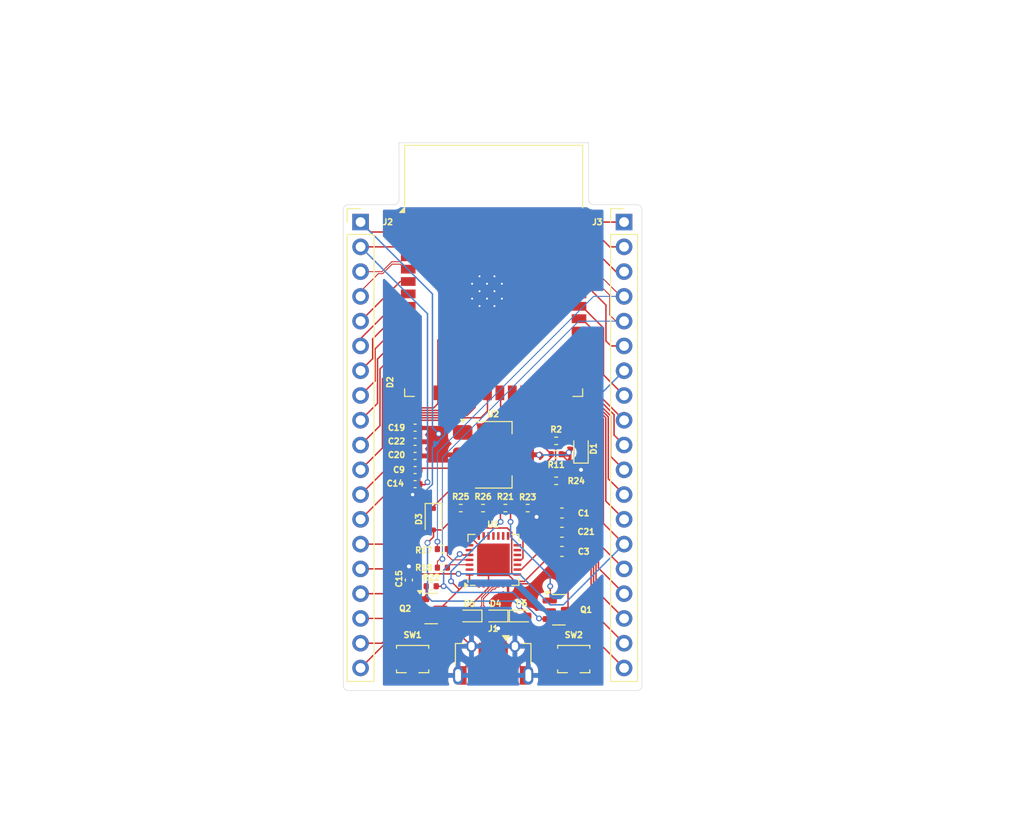
<source format=kicad_pcb>
(kicad_pcb (version 20241229) (generator "pcbnew") (generator_version "9.0")
  (title_block (title "ESP32 Clone (of Dev Kit)") (date "2025-07-14") (rev "1.0") (company "Christopher Boerner") (comment 1 "Designed as apart of KiCad Like a Pro"))
  (layers (0 "F.Cu" signal) (2 "B.Cu" signal) (13 "F.Paste" user) (15 "B.Paste" user) (5 "F.SilkS" user "F.Silkscreen") (7 "B.SilkS" user "B.Silkscreen") (1 "F.Mask" user) (3 "B.Mask" user) (25 "Edge.Cuts" user))
  (property "rev_num" "1.0")
  (net 0 "")
  (net 1 "/EXT_5V")
  (net 2 "GND")
  (net 3 "/VDD33")
  (net 4 "/EN")
  (net 5 "/IO0")
  (net 6 "Net-(D1-A)")
  (net 7 "/IO33")
  (net 8 "/CLK")
  (net 9 "/IO27")
  (net 10 "/SENSOR_VN")
  (net 11 "/CMD")
  (net 12 "/IO5")
  (net 13 "/IO22")
  (net 14 "/IO25")
  (net 15 "/IO21")
  (net 16 "/RXD0")
  (net 17 "/SENSOR_VP")
  (net 18 "/TXD0")
  (net 19 "/IO16")
  (net 20 "/IO18")
  (net 21 "/IO4")
  (net 22 "/IO32")
  (net 23 "/SD2")
  (net 24 "/IO23")
  (net 25 "/IO17")
  (net 26 "/SD1")
  (net 27 "/IO35")
  (net 28 "/IO12")
  (net 29 "/SD3")
  (net 30 "/IO15")
  (net 31 "/SD0")
  (net 32 "/IO13")
  (net 33 "/IO14")
  (net 34 "/IO34")
  (net 35 "/IO2")
  (net 37 "/IO19")
  (net 38 "/VBUS")
  (net 39 "/USB_DN")
  (net 40 "/USB_DP")
  (net 42 "Net-(Q1-B)")
  (net 43 "/RTS")
  (net 44 "/DTR")
  (net 45 "Net-(Q2-B)")
  (net 46 "/RXD")
  (net 47 "/TXD")
  (net 48 "Net-(U1-~{SUSPEND})")
  (net 49 "Net-(U1-~{RST})")
  (net 50 "Net-(U1-VBUS)")
  (net 67 "/IO26")
  (footprint "Capacitor_SMD:C_0402_1005Metric" (layer "F.Cu") (at 105.41 109.9312)
    (property "Reference" "C14")
    (property "Value" "0.1 uF/50V")
  )
  (footprint "Capacitor_SMD:C_0603_1608Metric" (layer "F.Cu") (at 120.4555 112.89)
    (property "Reference" "C1")
    (property "Value" "22 uF/10V")
  )
  (footprint "Connector_PinHeader_2.54mm:PinHeader_1x19_P2.54mm_Vertical" (layer "F.Cu") (at 99.822 83.058)
    (property "Reference" "J2")
    (property "Value" "Conn_01x19_Pin")
  )
  (footprint "Connector_PinHeader_2.54mm:PinHeader_1x19_P2.54mm_Vertical" (layer "F.Cu") (at 126.822 83.058)
    (property "Reference" "J3")
    (property "Value" "Conn_01x19_Pin")
  )
  (footprint "Connector_USB:USB_Micro-AB_Molex_47590-0001" (layer "F.Cu") (at 113.411 129.89)
    (property "Reference" "J1")
    (property "Value" "USB_B_Micro")
  )
  (footprint "Diode_SMD:D_SOD-523" (layer "F.Cu") (at 113.665 123.444 180)
    (property "Reference" "D4")
    (property "Value" "D")
  )
  (footprint "Package_TO_SOT_SMD:SOT-23" (layer "F.Cu") (at 120.142 122.809)
    (property "Reference" "Q1")
    (property "Value" "SS8050")
  )
  (footprint "Resistor_SMD:R_0402_1005Metric" (layer "F.Cu") (at 108.204 118.491)
    (property "Reference" "R18")
    (property "Value" "0R")
  )
  (footprint "Diode_SMD:D_SOD-323F" (layer "F.Cu") (at 107.2945 113.525 -90)
    (property "Reference" "D3")
    (property "Value" "D_Schottky")
  )
  (footprint "Resistor_SMD:R_0402_1005Metric" (layer "F.Cu") (at 108.204 116.586)
    (property "Reference" "R17")
    (property "Value" "0R")
  )
  (footprint "Capacitor_SMD:C_0402_1005Metric" (layer "F.Cu") (at 105.41 104.14 180)
    (property "Reference" "C19")
    (property "Value" "0.1 uF/50V")
  )
  (footprint "LED_SMD:LED_0603_1608Metric" (layer "F.Cu") (at 122.4095 106.286 90)
    (property "Reference" "D1")
    (property "Value" "LED")
  )
  (footprint "Resistor_SMD:R_0402_1005Metric" (layer "F.Cu") (at 119.8675 106.8575)
    (property "Reference" "R11")
    (property "Value" "10k")
  )
  (footprint "RF_Module:ESP32-WROOM-32" (layer "F.Cu") (at 113.4555 91.054)
    (property "Reference" "D2")
    (property "Value" "ESP32-WROOM-32")
  )
  (footprint "Resistor_SMD:R_0402_1005Metric" (layer "F.Cu") (at 114.6605 112.382)
    (property "Reference" "R21")
    (property "Value" "10k")
  )
  (footprint "Capacitor_SMD:C_0402_1005Metric" (layer "F.Cu") (at 104.775 119.761 -90)
    (property "Reference" "C15")
    (property "Value" "0.1 uF/50V")
  )
  (footprint "Diode_SMD:D_SOD-523" (layer "F.Cu") (at 110.998 123.444 180)
    (property "Reference" "D5")
    (property "Value" "D")
  )
  (footprint "Resistor_SMD:R_0402_1005Metric" (layer "F.Cu") (at 116.9465 112.382 180)
    (property "Reference" "R23")
    (property "Value" "10k")
  )
  (footprint "Button_Switch_SMD:SW_SPST_B3U-1100P" (layer "F.Cu") (at 105.156 128.69)
    (property "Reference" "SW1")
    (property "Value" "SW_Push")
  )
  (footprint "Resistor_SMD:R_0402_1005Metric" (layer "F.Cu") (at 119.8675 105.49225)
    (property "Reference" "R2")
    (property "Value" "2k")
  )
  (footprint "Capacitor_SMD:C_0402_1005Metric" (layer "F.Cu") (at 105.41 108.4834 180)
    (property "Reference" "C9")
    (property "Value" "0.1 uF/50V")
  )
  (footprint "Button_Switch_SMD:SW_SPST_B3U-1100P" (layer "F.Cu") (at 121.666 128.69)
    (property "Reference" "SW2")
    (property "Value" "SW_Push")
  )
  (footprint "Package_TO_SOT_SMD:SOT-223-3_TabPin2" (layer "F.Cu") (at 113.435 106.921)
    (property "Reference" "U2")
    (property "Value" "AMS1117-3.3")
  )
  (footprint "Diode_SMD:D_SOD-523" (layer "F.Cu") (at 116.332 123.444)
    (property "Reference" "D6")
    (property "Value" "D")
  )
  (footprint "Capacitor_SMD:C_0603_1608Metric" (layer "F.Cu") (at 120.4555 114.8585 180)
    (property "Reference" "C21")
    (property "Value" "22 uF/10V")
  )
  (footprint "Capacitor_SMD:C_0603_1608Metric" (layer "F.Cu") (at 120.4555 116.827 180)
    (property "Reference" "C3")
    (property "Value" "22 uF/10V")
  )
  (footprint "Package_DFN_QFN:QFN-28-1EP_5x5mm_P0.5mm_EP3.35x3.35mm" (layer "F.Cu") (at 113.435 117.692 90)
    (property "Reference" "U1")
    (property "Value" "CP2102N-Axx-xQFN28")
  )
  (footprint "Capacitor_SMD:C_0402_1005Metric" (layer "F.Cu") (at 105.41 107.0356 180)
    (property "Reference" "C20")
    (property "Value" "4.7 uF/6.3V")
  )
  (footprint "Resistor_SMD:R_0402_1005Metric" (layer "F.Cu") (at 107.061 120.396 180)
    (property "Reference" "R22")
    (property "Value" "10k")
  )
  (footprint "Package_TO_SOT_SMD:SOT-23" (layer "F.Cu") (at 107.061 122.682)
    (property "Reference" "Q2")
    (property "Value" "SS8050")
  )
  (footprint "Capacitor_SMD:C_0402_1005Metric" (layer "F.Cu") (at 105.41 105.5878 180)
    (property "Reference" "C22")
    (property "Value" "0.1 uF/50V")
  )
  (footprint "Resistor_SMD:R_0402_1005Metric" (layer "F.Cu") (at 119.8675 109.588 180)
    (property "Reference" "R24")
    (property "Value" "2k")
  )
  (footprint "Resistor_SMD:R_0402_1005Metric" (layer "F.Cu") (at 110.0885 112.382)
    (property "Reference" "R25")
    (property "Value" "22.1k")
  )
  (footprint "Resistor_SMD:R_0402_1005Metric" (layer "F.Cu") (at 112.3745 112.382)
    (property "Reference" "R26")
    (property "Value" "47.5k")
  )
  (gr_line (start 98.552 81.28) (end 103.251 81.28) (stroke (width 0.05)) (layer "Edge.Cuts"))
  (gr_line (start 98.552 131.08579) (end 128.139813 131.08579) (stroke (width 0.05)) (layer "Edge.Cuts"))
  (gr_line (start 98.044 81.788) (end 98.044 130.57779) (stroke (width 0.05)) (layer "Edge.Cuts"))
  (gr_line (start 123.19 74.93) (end 123.19 80.772) (stroke (width 0.05)) (layer "Edge.Cuts"))
  (gr_line (start 103.759 74.93) (end 123.19 74.93) (stroke (width 0.05)) (layer "Edge.Cuts"))
  (gr_arc (start 103.759 80.772) (mid 103.61021 81.13121) (end 103.251 81.28) (stroke (width 0.05)) (layer "Edge.Cuts"))
  (gr_line (start 103.759 80.772) (end 103.759 74.93) (stroke (width 0.05)) (layer "Edge.Cuts"))
  (gr_arc (start 98.552 131.08579) (mid 98.19279 130.937) (end 98.044 130.57779) (stroke (width 0.05)) (layer "Edge.Cuts"))
  (gr_line (start 128.651 130.57779) (end 128.651 81.788) (stroke (width 0.05)) (layer "Edge.Cuts"))
  (gr_line (start 128.143 81.28) (end 123.698 81.28) (stroke (width 0.05)) (layer "Edge.Cuts"))
  (gr_arc (start 128.651 130.57779) (mid 128.50221 130.937) (end 128.143 131.08579) (stroke (width 0.05)) (layer "Edge.Cuts"))
  (gr_arc (start 123.698 81.28) (mid 123.33879 81.13121) (end 123.19 80.772) (stroke (width 0.05)) (layer "Edge.Cuts"))
  (gr_arc (start 98.044 81.788) (mid 98.19279 81.42879) (end 98.552 81.28) (stroke (width 0.05)) (layer "Edge.Cuts"))
  (gr_arc (start 128.143 81.28) (mid 128.50221 81.42879) (end 128.651 81.788) (stroke (width 0.05)) (layer "Edge.Cuts"))
  (segment (start 119.8035 112.767) (end 119.8035 108.540312) (width 0.15) (layer "F.Cu") (net 1))
  (segment (start 99.822 128.778) (end 104.071 124.529) (width 0.15) (layer "F.Cu") (net 1))
  (segment (start 119.8035 105.93825) (end 119.8035 108.540312) (width 0.15) (layer "F.Cu") (net 1))
  (segment (start 107.2945 112.2115) (end 110.285 109.221) (width 0.15) (layer "F.Cu") (net 1))
  (segment (start 119.6805 112.89) (end 119.8035 112.767) (width 0.15) (layer "F.Cu") (net 1))
  (segment (start 107.2945 112.425) (end 107.2945 112.2115) (width 0.15) (layer "F.Cu") (net 1))
  (segment (start 118.171217 108.71875) (end 117.545967 109.344) (width 0.15) (layer "F.Cu") (net 1))
  (segment (start 119.625062 108.71875) (end 118.171217 108.71875) (width 0.15) (layer "F.Cu") (net 1))
  (segment (start 117.545967 109.344) (end 110.408 109.344) (width 0.15) (layer "F.Cu") (net 1))
  (segment (start 119.8035 108.540312) (end 119.625062 108.71875) (width 0.15) (layer "F.Cu") (net 1))
  (segment (start 104.071 115.6485) (end 107.2945 112.425) (width 0.15) (layer "F.Cu") (net 1))
  (segment (start 119.3575 105.49225) (end 119.8035 105.93825) (width 0.15) (layer "F.Cu") (net 1))
  (segment (start 104.071 124.529) (end 104.071 115.6485) (width 0.15) (layer "F.Cu") (net 1))
  (segment (start 110.408 109.344) (end 110.285 109.221) (width 0.15) (layer "F.Cu") (net 1))
  (segment (start 110.298 125.652) (end 111.186 126.54) (width 0.15) (layer "F.Cu") (net 2))
  (segment (start 122.428 82.804) (end 122.682 83.058) (width 0.15) (layer "F.Cu") (net 2))
  (segment (start 104.93 108.4834) (end 104.93 109.9312) (width 0.15) (layer "F.Cu") (net 2))
  (segment (start 110.1525 112.064438) (end 110.1525 114.4095) (width 0.15) (layer "F.Cu") (net 2))
  (segment (start 107.7455 100.564) (end 107.7455 95.174) (width 0.15) (layer "F.Cu") (net 2))
  (segment (start 114.1235 129.54) (end 115.636 128.0275) (width 0.15) (layer "F.Cu") (net 2))
  (segment (start 104.7055 82.804) (end 105.4355 82.804) (width 0.15) (layer "F.Cu") (net 2))
  (segment (start 112.935 118.192) (end 113.435 117.692) (width 0.15) (layer "F.Cu") (net 2))
  (segment (start 110.298 123.444) (end 110.298 125.652) (width 0.15) (layer "F.Cu") (net 2))
  (segment (start 117.4565 112.382) (end 117.4565 112.8845) (width 0.15) (layer "F.Cu") (net 2))
  (segment (start 118.296 129.54) (end 119.966 127.87) (width 0.15) (layer "F.Cu") (net 2))
  (segment (start 116.6165 119.891) (end 115.634 119.891) (width 0.15) (layer "F.Cu") (net 2))
  (segment (start 115.636 126.54) (end 115.636 128.0275) (width 0.15) (layer "F.Cu") (net 2))
  (segment (start 105.4355 82.804) (end 111.2505 88.619) (width 0.15) (layer "F.Cu") (net 2))
  (segment (start 113.411 129.54) (end 112.792206 129.54) (width 0.15) (layer "F.Cu") (net 2))
  (segment (start 122.4095 108.458) (end 122.4095 107.0735) (width 0.15) (layer "F.Cu") (net 2))
  (segment (start 105.692 103.378) (end 104.93 104.14) (width 0.15) (layer "F.Cu") (net 2))
  (segment (start 110.1525 114.4095) (end 113.435 117.692) (width 0.15) (layer "F.Cu") (net 2))
  (segment (start 112.8845 112.382) (end 113.6335 111.633) (width 0.15) (layer "F.Cu") (net 2))
  (segment (start 122.2055 82.804) (end 120.1155 82.804) (width 0.15) (layer "F.Cu") (net 2))
  (segment (start 112.935 120.539545) (end 110.298 123.176545) (width 0.15) (layer "F.Cu") (net 2))
  (segment (start 112.935 120.142) (end 112.935 120.539545) (width 0.15) (layer "F.Cu") (net 2))
  (segment (start 104.818 127.87) (end 103.456 127.87) (width 0.15) (layer "F.Cu") (net 2))
  (segment (start 110.285 104.621) (end 109.042 103.378) (width 0.15) (layer "F.Cu") (net 2))
  (segment (start 122.2055 82.804) (end 122.428 82.804) (width 0.15) (layer "F.Cu") (net 2))
  (segment (start 112.1355 111.633) (end 110.583938 111.633) (width 0.15) (layer "F.Cu") (net 2))
  (segment (start 104.93 107.0356) (end 104.93 105.5878) (width 0.15) (layer "F.Cu") (net 2))
  (segment (start 111.786 126.54) (end 112.111 126.865) (width 0.15) (layer "F.Cu") (net 2))
  (segment (start 119.6805 114.8585) (end 119.6805 114.44) (width 0.15) (layer "F.Cu") (net 2))
  (segment (start 119.6805 116.827) (end 116.6165 119.891) (width 0.15) (layer "F.Cu") (net 2))
  (segment (start 115.5835 126.4875) (end 115.636 126.54) (width 0.15) (layer "F.Cu") (net 2))
  (segment (start 102.816 103.483656) (end 104.191656 102.108) (width 0.15) (layer "F.Cu") (net 2))
  (segment (start 112.8845 112.382) (end 112.1355 111.633) (width 0.15) (layer "F.Cu") (net 2))
  (segment (start 122.682 83.058) (end 126.822 83.058) (width 0.15) (layer "F.Cu") (net 2))
  (segment (start 104.93 109.9312) (end 104.93 110.772) (width 0.15) (layer "F.Cu") (net 2))
  (segment (start 109.042 103.378) (end 105.692 103.378) (width 0.15) (layer "F.Cu") (net 2))
  (segment (start 114.365 123.444) (end 114.365 124.268) (width 0.15) (layer "F.Cu") (net 2))
  (segment (start 104.93 110.772) (end 105.156 110.998) (width 0.15) (layer "F.Cu") (net 2))
  (segment (start 102.816 115.951) (end 102.816 103.483656) (width 0.15) (layer "F.Cu") (net 2))
  (segment (start 112.792206 129.54) (end 111.186 127.933794) (width 0.15) (layer "F.Cu") (net 2))
  (segment (start 115.636 128.0275) (end 117.1485 129.54) (width 0.15) (layer "F.Cu") (net 2))
  (segment (start 102.689 116.078) (end 102.816 115.951) (width 0.15) (layer "F.Cu") (net 2))
  (segment (start 111.186 128.0275) (end 109.6735 129.54) (width 0.15) (layer "F.Cu") (net 2))
  (segment (start 111.186 127.933794) (end 111.186 126.54) (width 0.15) (layer "F.Cu") (net 2))
  (segment (start 106.488 129.54) (end 104.818 127.87) (width 0.15) (layer "F.Cu") (net 2))
  (segment (start 107.7455 101.6775) (end 107.7455 100.564) (width 0.15) (layer "F.Cu") (net 2))
  (segment (start 113.6335 111.633) (end 116.7075 111.633) (width 0.15) (layer "F.Cu") (net 2))
  (segment (start 113.411 129.54) (end 114.1235 129.54) (width 0.15) (layer "F.Cu") (net 2))
  (segment (start 116.5735 129.54) (end 118.296 129.54) (width 0.15) (layer "F.Cu") (net 2))
  (segment (start 110.298 123.176545) (end 110.298 123.444) (width 0.15) (layer "F.Cu") (net 2))
  (segment (start 104.775 119.281) (end 104.775 118.364) (width 0.15) (layer "F.Cu") (net 2))
  (segment (start 114.365 124.268) (end 113.919 124.714) (width 0.15) (layer "F.Cu") (net 2))
  (segment (start 106.488 129.54) (end 109.811 129.54) (width 0.15) (layer "F.Cu") (net 2))
  (segment (start 104.93 104.14) (end 104.93 105.5878) (width 0.15) (layer "F.Cu") (net 2))
  (segment (start 112.935 120.142) (end 112.935 118.192) (width 0.15) (layer "F.Cu") (net 2))
  (segment (start 104.93 107.0356) (end 104.93 108.4834) (width 0.15) (layer "F.Cu") (net 2))
  (segment (start 111.186 126.54) (end 111.786 126.54) (width 0.15) (layer "F.Cu") (net 2))
  (segment (start 117.4565 112.8845) (end 117.856 113.284) (width 0.15) (layer "F.Cu") (net 2))
  (segment (start 119.6805 114.44) (end 121.2305 112.89) (width 0.15) (layer "F.Cu") (net 2))
  (segment (start 107.315 102.108) (end 107.7455 101.6775) (width 0.15) (layer "F.Cu") (net 2))
  (segment (start 119.6805 116.827) (end 119.6805 114.8585) (width 0.15) (layer "F.Cu") (net 2))
  (segment (start 115.634 119.891) (end 113.435 117.692) (width 0.15) (layer "F.Cu") (net 2))
  (segment (start 111.186 126.54) (end 111.186 128.0275) (width 0.15) (layer "F.Cu") (net 2))
  (segment (start 104.191656 102.108) (end 107.315 102.108) (width 0.15) (layer "F.Cu") (net 2))
  (segment (start 99.822 116.078) (end 102.689 116.078) (width 0.15) (layer "F.Cu") (net 2))
  (segment (start 110.583938 111.633) (end 110.1525 112.064438) (width 0.15) (layer "F.Cu") (net 2))
  (segment (start 107.7455 95.174) (end 111.2505 91.669) (width 0.15) (layer "F.Cu") (net 2))
  (segment (start 116.7075 111.633) (end 117.4565 112.382) (width 0.15) (layer "F.Cu") (net 2))
  (segment (start 120.1155 82.804) (end 114.3005 88.619) (width 0.15) (layer "F.Cu") (net 2))
  (segment (start 114.365 123.444) (end 115.632 123.444) (width 0.15) (layer "F.Cu") (net 2))
  (via (at 105.156 110.998) (size 0.6) (drill 0.35) (layers "F.Cu" "B.Cu") (net 2))
  (via (at 113.919 124.714) (size 0.6) (drill 0.4) (layers "F.Cu" "B.Cu") (net 2))
  (via (at 117.856 113.284) (size 0.6) (drill 0.4) (layers "F.Cu" "B.Cu") (net 2))
  (via (at 104.775 118.364) (size 0.6) (drill 0.4) (layers "F.Cu" "B.Cu") (net 2))
  (via (at 122.4095 108.458) (size 0.6) (drill 0.4) (layers "F.Cu" "B.Cu") (net 2))
  (segment (start 108.458 104.883877) (end 107.181 106.160877) (width 0.15) (layer "B.Cu") (net 2))
  (segment (start 107.181 109.935521) (end 106.118521 110.998) (width 0.15) (layer "B.Cu") (net 2))
  (segment (start 108.458 95.224) (end 108.458 104.883877) (width 0.15) (layer "B.Cu") (net 2))
  (segment (start 112.013 91.669) (end 108.458 95.224) (width 0.15) (layer "B.Cu") (net 2))
  (segment (start 121.684 107.7325) (end 121.684 103.436) (width 0.15) (layer "B.Cu") (net 2))
  (segment (start 107.181 106.160877) (end 107.181 109.935521) (width 0.15) (layer "B.Cu") (net 2))
  (segment (start 121.684 103.436) (end 126.822 98.298) (width 0.15) (layer "B.Cu") (net 2))
  (segment (start 106.118521 110.998) (end 105.156 110.998) (width 0.15) (layer "B.Cu") (net 2))
  (segment (start 122.4095 108.458) (end 121.684 107.7325) (width 0.15) (layer "B.Cu") (net 2))
  (segment (start 109.9294 106.5654) (end 110.285 106.921) (width 0.15) (layer "F.Cu") (net 3))
  (segment (start 114.435 120.142) (end 114.935 120.142) (width 0.15) (layer "F.Cu") (net 3))
  (segment (start 117.9155 120.142) (end 114.935 120.142) (width 0.15) (layer "F.Cu") (net 3))
  (segment (start 106.0046 106.921) (end 105.89 107.0356) (width 0.15) (layer "F.Cu") (net 3))
  (segment (start 120.3775 106.8575) (end 121.285 107.765) (width 0.15) (layer "F.Cu") (net 3))
  (segment (start 120.9805 106.8575) (end 121.158 106.68) (width 0.15) (layer "F.Cu") (net 3))
  (segment (start 121.2305 116.827) (end 117.9155 120.142) (width 0.15) (layer "F.Cu") (net 3))
  (segment (start 110.018 107.188) (end 110.285 106.921) (width 0.15) (layer "F.Cu") (net 3))
  (segment (start 121.285 107.765) (end 121.285 108.6805) (width 0.15) (layer "F.Cu") (net 3))
  (segment (start 100.838 84.074) (end 104.7055 84.074) (width 0.15) (layer "F.Cu") (net 3))
  (segment (start 121.285 108.6805) (end 120.3775 109.588) (width 0.15) (layer "F.Cu") (net 3))
  (segment (start 99.822 83.058) (end 100.838 84.074) (width 0.15) (layer "F.Cu") (net 3))
  (segment (start 120.3775 106.8575) (end 120.9805 106.8575) (width 0.15) (layer "F.Cu") (net 3))
  (via (at 118.11 106.934) (size 0.6) (drill 0.4) (layers "F.Cu" "B.Cu") (net 3))
  (via (at 121.158 106.68) (size 0.6) (drill 0.4) (layers "F.Cu" "B.Cu") (net 3))
  (via (at 107.823 104.775) (size 0.6) (drill 0.4) (layers "F.Cu" "B.Cu") (net 3))
  (segment (start 120.904 106.934) (end 118.11 106.934) (width 0.15) (layer "B.Cu") (net 3))
  (segment (start 107.188 104.14) (end 107.188 90.424) (width 0.15) (layer "B.Cu") (net 3))
  (segment (start 107.188 90.424) (end 99.822 83.058) (width 0.15) (layer "B.Cu") (net 3))
  (segment (start 107.823 104.775) (end 107.188 104.14) (width 0.15) (layer "B.Cu") (net 3))
  (segment (start 121.158 106.68) (end 120.904 106.934) (width 0.15) (layer "B.Cu") (net 3))
  (segment (start 119.3575 107.177499) (end 117.441999 109.093) (width 0.15) (layer "F.Cu") (net 4))
  (segment (start 118.364 105.864) (end 119.3575 106.8575) (width 0.15) (layer "F.Cu") (net 4))
  (segment (start 122.702032 103.378) (end 118.364 103.378) (width 0.15) (layer "F.Cu") (net 4))
  (segment (start 123.193 103.862968) (end 122.705032 103.375) (width 0.15) (layer "F.Cu") (net 4))
  (segment (start 105.89 108.4834) (end 105.89 109.9312) (width 0.15) (layer "F.Cu") (net 4))
  (segment (start 121.0795 122.809) (end 121.0795 120.4445) (width 0.15) (layer "F.Cu") (net 4))
  (segment (start 121.0795 120.4445) (end 123.19 118.334) (width 0.15) (layer "F.Cu") (net 4))
  (segment (start 118.364 103.378) (end 118.364 105.864) (width 0.15) (layer "F.Cu") (net 4))
  (segment (start 111.936232 109.093) (end 111.138232 108.295) (width 0.15) (layer "F.Cu") (net 4))
  (segment (start 119.3575 106.8575) (end 119.3575 107.177499) (width 0.15) (layer "F.Cu") (net 4))
  (segment (start 106.68 109.728) (end 106.426 109.982) (width 0.15) (layer "F.Cu") (net 4))
  (segment (start 123.19 118.334) (end 123.19 104.899) (width 0.15) (layer "F.Cu") (net 4))
  (segment (start 99.822 85.598) (end 104.4515 85.598) (width 0.15) (layer "F.Cu") (net 4))
  (segment (start 106.0784 108.295) (end 105.89 108.4834) (width 0.15) (layer "F.Cu") (net 4))
  (segment (start 122.705032 103.375) (end 122.702032 103.378) (width 0.15) (layer "F.Cu") (net 4))
  (segment (start 106.426 109.982) (end 105.9408 109.982) (width 0.15) (layer "F.Cu") (net 4))
  (segment (start 105.9408 109.982) (end 105.89 109.9312) (width 0.15) (layer "F.Cu") (net 4))
  (segment (start 121.0795 125.5835) (end 121.0795 122.809) (width 0.15) (layer "F.Cu") (net 4))
  (segment (start 111.138232 108.295) (end 106.0784 108.295) (width 0.15) (layer "F.Cu") (net 4))
  (segment (start 117.441999 109.093) (end 111.936232 109.093) (width 0.15) (layer "F.Cu") (net 4))
  (segment (start 123.193 104.896) (end 123.193 103.862968) (width 0.15) (layer "F.Cu") (net 4))
  (segment (start 104.4515 85.598) (end 104.7055 85.344) (width 0.15) (layer "F.Cu") (net 4))
  (segment (start 123.19 104.899) (end 123.193 104.896) (width 0.15) (layer "F.Cu") (net 4))
  (segment (start 123.366 127.87) (end 121.0795 125.5835) (width 0.15) (layer "F.Cu") (net 4))
  (via (at 106.68 109.728) (size 0.6) (drill 0.35) (layers "F.Cu" "B.Cu") (net 4))
  (segment (start 106.68 109.728) (end 106.68 92.456) (width 0.15) (layer "B.Cu") (net 4))
  (segment (start 106.68 92.456) (end 99.822 85.598) (width 0.15) (layer "B.Cu") (net 4))
  (segment (start 106.856 125.525) (end 106.1235 124.7925) (width 0.15) (layer "F.Cu") (net 5))
  (segment (start 126.822 116.078) (end 124.699 113.955) (width 0.15) (layer "F.Cu") (net 5))
  (segment (start 106.1235 124.7925) (end 106.1235 123.632) (width 0.15) (layer "F.Cu") (net 5))
  (segment (start 104.803 120.241) (end 104.775 120.241) (width 0.15) (layer "F.Cu") (net 5))
  (segment (start 104.775 122.2835) (end 106.1235 123.632) (width 0.15) (layer "F.Cu") (net 5))
  (segment (start 124.699 113.955) (end 124.699 103.23916) (width 0.15) (layer "F.Cu") (net 5))
  (segment (start 122.2055 101.7585) (end 122.2055 99.314) (width 0.15) (layer "F.Cu") (net 5))
  (segment (start 104.775 120.241) (end 104.775 122.2835) (width 0.15) (layer "F.Cu") (net 5))
  (segment (start 124.699 103.23916) (end 123.31684 101.857) (width 0.15) (layer "F.Cu") (net 5))
  (segment (start 106.856 127.87) (end 106.856 125.525) (width 0.15) (layer "F.Cu") (net 5))
  (segment (start 123.31684 101.857) (end 122.304 101.857) (width 0.15) (layer "F.Cu") (net 5))
  (segment (start 122.304 101.857) (end 122.2055 101.7585) (width 0.15) (layer "F.Cu") (net 5))
  (segment (start 109.855 119.126) (end 105.918 119.126) (width 0.15) (layer "F.Cu") (net 5))
  (segment (start 105.918 119.126) (end 104.803 120.241) (width 0.15) (layer "F.Cu") (net 5))
  (via (at 109.855 119.126) (size 0.6) (drill 0.35) (layers "F.Cu" "B.Cu") (net 5))
  (segment (start 120.599 122.301) (end 126.822 116.078) (width 0.15) (layer "B.Cu") (net 5))
  (segment (start 119.253 122.301) (end 120.599 122.301) (width 0.15) (layer "B.Cu") (net 5))
  (segment (start 109.855 119.126) (end 116.078 119.126) (width 0.15) (layer "B.Cu") (net 5))
  (segment (start 116.078 119.126) (end 119.253 122.301) (width 0.15) (layer "B.Cu") (net 5))
  (segment (start 120.38375 105.4985) (end 120.3775 105.49225) (width 0.15) (layer "F.Cu") (net 6))
  (segment (start 122.4095 105.4985) (end 120.38375 105.4985) (width 0.15) (layer "F.Cu") (net 6))
  (segment (start 99.822 100.838) (end 101.31 99.35) (width 0.15) (layer "F.Cu") (net 7))
  (segment (start 101.31 99.35) (end 101.31 96.0595) (width 0.15) (layer "F.Cu") (net 7))
  (segment (start 101.31 96.0595) (end 104.4055 92.964) (width 0.15) (layer "F.Cu") (net 7))
  (segment (start 104.4055 92.964) (end 104.7055 92.964) (width 0.15) (layer "F.Cu") (net 7))
  (segment (start 122.809 103.124) (end 123.444 103.759) (width 0.15) (layer "F.Cu") (net 8))
  (segment (start 114.0955 100.864) (end 114.173 100.9415) (width 0.15) (layer "F.Cu") (net 8))
  (segment (start 123.444 103.759) (end 123.444 125.4) (width 0.15) (layer "F.Cu") (net 8))
  (segment (start 123.444 125.4) (end 126.822 128.778) (width 0.15) (layer "F.Cu") (net 8))
  (segment (start 114.173 102.743) (end 114.554 103.124) (width 0.15) (layer "F.Cu") (net 8))
  (segment (start 114.0955 100.564) (end 114.0955 100.864) (width 0.15) (layer "F.Cu") (net 8))
  (segment (start 114.173 100.9415) (end 114.173 102.743) (width 0.15) (layer "F.Cu") (net 8))
  (segment (start 114.554 103.124) (end 122.809 103.124) (width 0.15) (layer "F.Cu") (net 8))
  (segment (start 102.063 99.1345) (end 104.4235 96.774) (width 0.15) (layer "F.Cu") (net 9))
  (segment (start 102.063 106.217) (end 102.063 99.1345) (width 0.15) (layer "F.Cu") (net 9))
  (segment (start 99.822 108.458) (end 102.063 106.217) (width 0.15) (layer "F.Cu") (net 9))
  (segment (start 104.4235 96.774) (end 104.7055 96.774) (width 0.15) (layer "F.Cu") (net 9))
  (segment (start 102.091702 88.339) (end 101.653 88.339) (width 0.1) (layer "F.Cu") (net 10))
  (segment (start 103.056702 87.374) (end 102.091702 88.339) (width 0.1) (layer "F.Cu") (net 10))
  (segment (start 99.822 90.17) (end 99.822 90.678) (width 0.1) (layer "F.Cu") (net 10))
  (segment (start 104.4055 87.884) (end 103.8955 87.374) (width 0.1) (layer "F.Cu") (net 10))
  (segment (start 101.653 88.339) (end 99.822 90.17) (width 0.1) (layer "F.Cu") (net 10))
  (segment (start 104.7055 87.884) (end 104.4055 87.884) (width 0.1) (layer "F.Cu") (net 10))
  (segment (start 103.8955 87.374) (end 103.056702 87.374) (width 0.1) (layer "F.Cu") (net 10))
  (segment (start 99.822 126.238) (end 102.007032 126.238) (width 0.15) (layer "F.Cu") (net 11))
  (segment (start 103.82 103.899528) (end 104.595528 103.124) (width 0.15) (layer "F.Cu") (net 11))
  (segment (start 103.82 124.425032) (end 103.82 103.899528) (width 0.15) (layer "F.Cu") (net 11))
  (segment (start 112.8255 102.4395) (end 112.8255 100.564) (width 0.15) (layer "F.Cu") (net 11))
  (segment (start 112.141 103.124) (end 112.8255 102.4395) (width 0.15) (layer "F.Cu") (net 11))
  (segment (start 102.007032 126.238) (end 103.82 124.425032) (width 0.15) (layer "F.Cu") (net 11))
  (segment (start 104.595528 103.124) (end 112.141 103.124) (width 0.15) (layer "F.Cu") (net 11))
  (segment (start 125.796 104.892) (end 125.796 102.809) (width 0.15) (layer "F.Cu") (net 12))
  (segment (start 126.822 105.918) (end 125.796 104.892) (width 0.15) (layer "F.Cu") (net 12))
  (segment (start 125.796 102.809) (end 124.206 101.219) (width 0.15) (layer "F.Cu") (net 12))
  (segment (start 122.4875 94.234) (end 122.2055 94.234) (width 0.15) (layer "F.Cu") (net 12))
  (segment (start 124.206 95.9525) (end 122.4875 94.234) (width 0.15) (layer "F.Cu") (net 12))
  (segment (start 124.206 101.219) (end 124.206 95.9525) (width 0.15) (layer "F.Cu") (net 12))
  (segment (start 125.984 88.138) (end 123.19 85.344) (width 0.15) (layer "F.Cu") (net 13))
  (segment (start 123.19 85.344) (end 122.2055 85.344) (width 0.15) (layer "F.Cu") (net 13))
  (segment (start 126.822 88.138) (end 125.984 88.138) (width 0.15) (layer "F.Cu") (net 13))
  (segment (start 101.561 101.639) (end 101.561 97.0965) (width 0.15) (layer "F.Cu") (net 14))
  (segment (start 104.4235 94.234) (end 104.7055 94.234) (width 0.15) (layer "F.Cu") (net 14))
  (segment (start 99.822 103.378) (end 101.561 101.639) (width 0.15) (layer "F.Cu") (net 14))
  (segment (start 101.561 97.0965) (end 104.4235 94.234) (width 0.15) (layer "F.Cu") (net 14))
  (segment (start 124.965 91.564) (end 122.555 89.154) (width 0.15) (layer "F.Cu") (net 15))
  (segment (start 126.822 95.758) (end 125.476 95.758) (width 0.15) (layer "F.Cu") (net 15))
  (segment (start 122.555 89.154) (end 122.2055 89.154) (width 0.15) (layer "F.Cu") (net 15))
  (segment (start 125.476 95.758) (end 124.965 95.247) (width 0.15) (layer "F.Cu") (net 15))
  (segment (start 124.965 95.247) (end 124.965 91.564) (width 0.15) (layer "F.Cu") (net 15))
  (segment (start 126.822 93.218) (end 125.984 93.218) (width 0.1) (layer "F.Cu") (net 16))
  (segment (start 107.95 117.602) (end 107.694 117.858) (width 0.1) (layer "F.Cu") (net 16))
  (segment (start 125.349 92.583) (end 125.349 90.551) (width 0.1) (layer "F.Cu") (net 16))
  (segment (start 125.349 90.551) (end 122.682 87.884) (width 0.1) (layer "F.Cu") (net 16))
  (segment (start 108.204 117.602) (end 107.95 117.602) (width 0.1) (layer "F.Cu") (net 16))
  (segment (start 122.682 87.884) (end 122.2055 87.884) (width 0.1) (layer "F.Cu") (net 16))
  (segment (start 107.694 117.858) (end 107.694 118.491) (width 0.1) (layer "F.Cu") (net 16))
  (segment (start 125.984 93.218) (end 125.349 92.583) (width 0.1) (layer "F.Cu") (net 16))
  (via (at 108.204 117.602) (size 0.6) (drill 0.35) (layers "F.Cu" "B.Cu") (net 16))
  (segment (start 108.204 117.602) (end 108.204 107.188) (width 0.1) (layer "B.Cu") (net 16))
  (segment (start 108.204 107.188) (end 122.174 93.218) (width 0.1) (layer "B.Cu") (net 16))
  (segment (start 122.174 93.218) (end 126.822 93.218) (width 0.1) (layer "B.Cu") (net 16))
  (segment (start 103.8955 87.124) (end 103.022446 87.124) (width 0.1) (layer "F.Cu") (net 17))
  (segment (start 104.4055 86.614) (end 103.8955 87.124) (width 0.1) (layer "F.Cu") (net 17))
  (segment (start 103.022446 87.124) (end 102.008446 88.138) (width 0.1) (layer "F.Cu") (net 17))
  (segment (start 102.008446 88.138) (end 99.822 88.138) (width 0.1) (layer "F.Cu") (net 17))
  (segment (start 104.7055 86.614) (end 104.4055 86.614) (width 0.1) (layer "F.Cu") (net 17))
  (segment (start 122.428 86.614) (end 122.2055 86.614) (width 0.1) (layer "F.Cu") (net 18))
  (segment (start 107.694 116.586) (end 107.694 115.826) (width 0.1) (layer "F.Cu") (net 18))
  (segment (start 126.492 90.678) (end 122.428 86.614) (width 0.1) (layer "F.Cu") (net 18))
  (segment (start 126.822 90.678) (end 126.492 90.678) (width 0.1) (layer "F.Cu") (net 18))
  (segment (start 107.694 115.826) (end 107.696 115.824) (width 0.1) (layer "F.Cu") (net 18))
  (via (at 107.696 115.824) (size 0.6) (drill 0.35) (layers "F.Cu" "B.Cu") (net 18))
  (segment (start 107.696 106.68) (end 123.698 90.678) (width 0.1) (layer "B.Cu") (net 18))
  (segment (start 123.698 90.678) (end 126.822 90.678) (width 0.1) (layer "B.Cu") (net 18))
  (segment (start 107.696 115.824) (end 107.696 106.68) (width 0.1) (layer "B.Cu") (net 18))
  (segment (start 122.4875 96.774) (end 122.2055 96.774) (width 0.15) (layer "F.Cu") (net 19))
  (segment (start 123.671808 101.502032) (end 123.671808 97.958308) (width 0.15) (layer "F.Cu") (net 19))
  (segment (start 125.201 109.377) (end 125.201 103.031224) (width 0.15) (layer "F.Cu") (net 19))
  (segment (start 125.201 103.031224) (end 123.671808 101.502032) (width 0.15) (layer "F.Cu") (net 19))
  (segment (start 123.671808 97.958308) (end 122.4875 96.774) (width 0.15) (layer "F.Cu") (net 19))
  (segment (start 126.822 110.998) (end 125.201 109.377) (width 0.15) (layer "F.Cu") (net 19))
  (segment (start 126.822 103.378) (end 124.457 101.013) (width 0.15) (layer "F.Cu") (net 20))
  (segment (start 122.4875 92.964) (end 122.2055 92.964) (width 0.15) (layer "F.Cu") (net 20))
  (segment (start 124.457 94.9335) (end 122.4875 92.964) (width 0.15) (layer "F.Cu") (net 20))
  (segment (start 124.457 101.013) (end 124.457 94.9335) (width 0.15) (layer "F.Cu") (net 20))
  (segment (start 124.95 111.666) (end 124.95 103.135192) (width 0.15) (layer "F.Cu") (net 21))
  (segment (start 124.95 103.135192) (end 123.420808 101.606) (width 0.15) (layer "F.Cu") (net 21))
  (segment (start 126.822 113.538) (end 124.95 111.666) (width 0.15) (layer "F.Cu") (net 21))
  (segment (start 122.4875 98.044) (end 122.2055 98.044) (width 0.15) (layer "F.Cu") (net 21))
  (segment (start 123.420808 101.606) (end 123.420808 98.977308) (width 0.15) (layer "F.Cu") (net 21))
  (segment (start 123.420808 98.977308) (end 122.4875 98.044) (width 0.15) (layer "F.Cu") (net 21))
  (segment (start 104.4055 91.694) (end 104.7055 91.694) (width 0.15) (layer "F.Cu") (net 22))
  (segment (start 101.059 95.0405) (end 104.4055 91.694) (width 0.15) (layer "F.Cu") (net 22))
  (segment (start 99.822 98.298) (end 101.059 97.061) (width 0.15) (layer "F.Cu") (net 22))
  (segment (start 101.059 97.061) (end 101.059 95.0405) (width 0.15) (layer "F.Cu") (net 22))
  (segment (start 99.822 121.158) (end 103.191 121.158) (width 0.15) (layer "F.Cu") (net 23))
  (segment (start 110.2855 102.3125) (end 110.2855 100.564) (width 0.15) (layer "F.Cu") (net 23))
  (segment (start 103.318 103.691592) (end 104.393592 102.616) (width 0.15) (layer "F.Cu") (net 23))
  (segment (start 103.191 121.158) (end 103.318 121.031) (width 0.15) (layer "F.Cu") (net 23))
  (segment (start 104.393592 102.616) (end 109.982 102.616) (width 0.15) (layer "F.Cu") (net 23))
  (segment (start 103.318 121.031) (end 103.318 103.691592) (width 0.15) (layer "F.Cu") (net 23))
  (segment (start 109.982 102.616) (end 110.2855 102.3125) (width 0.15) (layer "F.Cu") (net 23))
  (segment (start 125.349 85.598) (end 123.825 84.074) (width 0.15) (layer "F.Cu") (net 24))
  (segment (start 126.822 85.598) (end 125.349 85.598) (width 0.15) (layer "F.Cu") (net 24))
  (segment (start 123.825 84.074) (end 122.2055 84.074) (width 0.15) (layer "F.Cu") (net 24))
  (segment (start 126.822 108.458) (end 125.452 107.088) (width 0.15) (layer "F.Cu") (net 25))
  (segment (start 125.452 107.088) (end 125.452 102.927256) (width 0.15) (layer "F.Cu") (net 25))
  (segment (start 125.452 102.927256) (end 123.922808 101.398064) (width 0.15) (layer "F.Cu") (net 25))
  (segment (start 122.4875 95.504) (end 122.2055 95.504) (width 0.15) (layer "F.Cu") (net 25))
  (segment (start 123.922808 101.398064) (end 123.922808 96.939308) (width 0.15) (layer "F.Cu") (net 25))
  (segment (start 123.922808 96.939308) (end 122.4875 95.504) (width 0.15) (layer "F.Cu") (net 25))
  (segment (start 116.871347 102.619) (end 116.6355 102.383153) (width 0.15) (layer "F.Cu") (net 26))
  (segment (start 123.013936 102.619) (end 116.871347 102.619) (width 0.15) (layer "F.Cu") (net 26))
  (segment (start 123.946 120.822) (end 123.946 103.551064) (width 0.15) (layer "F.Cu") (net 26))
  (segment (start 123.946 103.551064) (end 123.013936 102.619) (width 0.15) (layer "F.Cu") (net 26))
  (segment (start 116.6355 102.383153) (end 116.6355 100.564) (width 0.15) (layer "F.Cu") (net 26))
  (segment (start 126.822 123.698) (end 123.946 120.822) (width 0.15) (layer "F.Cu") (net 26))
  (segment (start 99.822 95.758) (end 99.822 95.0075) (width 0.15) (layer "F.Cu") (net 27))
  (segment (start 104.4055 90.424) (end 104.7055 90.424) (width 0.15) (layer "F.Cu") (net 27))
  (segment (start 99.822 95.0075) (end 104.4055 90.424) (width 0.15) (layer "F.Cu") (net 27))
  (segment (start 102.565 101.4545) (end 104.7055 99.314) (width 0.15) (layer "F.Cu") (net 28))
  (segment (start 99.822 113.538) (end 102.565 110.795) (width 0.15) (layer "F.Cu") (net 28))
  (segment (start 102.565 110.795) (end 102.565 101.4545) (width 0.15) (layer "F.Cu") (net 28))
  (segment (start 103.442 123.698) (end 103.569 123.571) (width 0.15) (layer "F.Cu") (net 29))
  (segment (start 103.569 123.571) (end 103.569 103.79556) (width 0.15) (layer "F.Cu") (net 29))
  (segment (start 99.822 123.698) (end 103.442 123.698) (width 0.15) (layer "F.Cu") (net 29))
  (segment (start 111.5555 102.0585) (end 111.5555 100.564) (width 0.15) (layer "F.Cu") (net 29))
  (segment (start 110.744 102.87) (end 111.5555 102.0585) (width 0.15) (layer "F.Cu") (net 29))
  (segment (start 104.49456 102.87) (end 110.744 102.87) (width 0.15) (layer "F.Cu") (net 29))
  (segment (start 103.569 103.79556) (end 104.49456 102.87) (width 0.15) (layer "F.Cu") (net 29))
  (segment (start 124.197 103.447096) (end 123.117904 102.368) (width 0.15) (layer "F.Cu") (net 30))
  (segment (start 118.4135 102.368) (end 117.9055 101.86) (width 0.15) (layer "F.Cu") (net 30))
  (segment (start 123.117904 102.368) (end 118.4135 102.368) (width 0.15) (layer "F.Cu") (net 30))
  (segment (start 126.822 121.158) (end 124.197 118.533) (width 0.15) (layer "F.Cu") (net 30))
  (segment (start 124.197 118.533) (end 124.197 103.447096) (width 0.15) (layer "F.Cu") (net 30))
  (segment (start 117.9055 101.86) (end 117.9055 100.564) (width 0.15) (layer "F.Cu") (net 30))
  (segment (start 122.909968 102.87) (end 115.951 102.87) (width 0.15) (layer "F.Cu") (net 31))
  (segment (start 115.3655 102.2845) (end 115.3655 100.564) (width 0.15) (layer "F.Cu") (net 31))
  (segment (start 123.695 123.111) (end 123.695 103.655032) (width 0.15) (layer "F.Cu") (net 31))
  (segment (start 115.951 102.87) (end 115.3655 102.2845) (width 0.15) (layer "F.Cu") (net 31))
  (segment (start 123.695 103.655032) (end 122.909968 102.87) (width 0.15) (layer "F.Cu") (net 31))
  (segment (start 126.822 126.238) (end 123.695 123.111) (width 0.15) (layer "F.Cu") (net 31))
  (segment (start 109.0155 101.9315) (end 109.0155 100.564) (width 0.15) (layer "F.Cu") (net 32))
  (segment (start 103.067 103.587624) (end 104.289624 102.365) (width 0.15) (layer "F.Cu") (net 32))
  (segment (start 102.94 118.618) (end 103.067 118.491) (width 0.15) (layer "F.Cu") (net 32))
  (segment (start 108.585 102.362) (end 109.0155 101.9315) (width 0.15) (layer "F.Cu") (net 32))
  (segment (start 99.822 118.618) (end 102.94 118.618) (width 0.15) (layer "F.Cu") (net 32))
  (segment (start 103.067 118.491) (end 103.067 103.587624) (width 0.15) (layer "F.Cu") (net 32))
  (segment (start 104.289624 102.365) (end 108.585 102.365) (width 0.15) (layer "F.Cu") (net 32))
  (segment (start 108.585 102.365) (end 108.585 102.362) (width 0.15) (layer "F.Cu") (net 32))
  (segment (start 104.4235 98.044) (end 104.7055 98.044) (width 0.15) (layer "F.Cu") (net 33))
  (segment (start 102.314 108.506) (end 102.314 100.1535) (width 0.15) (layer "F.Cu") (net 33))
  (segment (start 102.314 100.1535) (end 104.4235 98.044) (width 0.15) (layer "F.Cu") (net 33))
  (segment (start 99.822 110.998) (end 102.314 108.506) (width 0.15) (layer "F.Cu") (net 33))
  (segment (start 103.886 89.154) (end 104.7055 89.154) (width 0.15) (layer "F.Cu") (net 34))
  (segment (start 99.822 93.218) (end 103.886 89.154) (width 0.15) (layer "F.Cu") (net 34))
  (segment (start 119.1755 102.0305) (end 119.1755 100.564) (width 0.15) (layer "F.Cu") (net 35))
  (segment (start 123.212872 102.108) (end 119.253 102.108) (width 0.15) (layer "F.Cu") (net 35))
  (segment (start 126.822 118.618) (end 124.448 116.244) (width 0.15) (layer "F.Cu") (net 35))
  (segment (start 124.448 116.244) (end 124.448 103.343128) (width 0.15) (layer "F.Cu") (net 35))
  (segment (start 124.448 103.343128) (end 123.212872 102.108) (width 0.15) (layer "F.Cu") (net 35))
  (segment (start 119.253 102.108) (end 119.1755 102.0305) (width 0.15) (layer "F.Cu") (net 35))
  (segment (start 126.822 100.838) (end 124.714 98.73) (width 0.15) (layer "F.Cu") (net 37))
  (segment (start 124.714 98.73) (end 124.714 93.9205) (width 0.15) (layer "F.Cu") (net 37))
  (segment (start 122.4875 91.694) (end 122.2055 91.694) (width 0.15) (layer "F.Cu") (net 37))
  (segment (start 124.714 93.9205) (end 122.4875 91.694) (width 0.15) (layer "F.Cu") (net 37))
  (segment (start 107.2945 115.3365) (end 107.2945 114.625) (width 0.15) (layer "F.Cu") (net 38))
  (segment (start 107.2945 114.625) (end 108.133 114.625) (width 0.15) (layer "F.Cu") (net 38))
  (segment (start 109.5785 113.1795) (end 109.5785 112.382) (width 0.15) (layer "F.Cu") (net 38))
  (segment (start 108.133 114.625) (end 109.5785 113.1795) (width 0.15) (layer "F.Cu") (net 38))
  (segment (start 114.711 125.765) (end 117.032 123.444) (width 0.15) (layer "F.Cu") (net 38))
  (segment (start 116.078 122.428) (end 117.032 123.382) (width 0.15) (layer "F.Cu") (net 38))
  (segment (start 114.711 126.865) (end 114.711 125.765) (width 0.15) (layer "F.Cu") (net 38))
  (segment (start 117.032 123.382) (end 117.032 123.444) (width 0.15) (layer "F.Cu") (net 38))
  (segment (start 106.68 115.951) (end 107.2945 115.3365) (width 0.15) (layer "F.Cu") (net 38))
  (via (at 116.078 122.428) (size 0.6) (drill 0.4) (layers "F.Cu" "B.Cu") (net 38))
  (via (at 106.68 115.951) (size 0.6) (drill 0.4) (layers "F.Cu" "B.Cu") (net 38))
  (segment (start 115.57 121.92) (end 107.123364 121.92) (width 0.15) (layer "B.Cu") (net 38))
  (segment (start 116.078 122.428) (end 115.57 121.92) (width 0.15) (layer "B.Cu") (net 38))
  (segment (start 106.68 121.476636) (end 106.68 115.951) (width 0.15) (layer "B.Cu") (net 38))
  (segment (start 107.123364 121.92) (end 106.68 121.476636) (width 0.15) (layer "B.Cu") (net 38))
  (segment (start 112.965 122.918999) (end 112.4315 122.385499) (width 0.1) (layer "F.Cu") (net 39))
  (segment (start 112.43248 124.501521) (end 112.43248 125.219514) (width 0.1) (layer "F.Cu") (net 39))
  (segment (start 112.4315 122.385499) (end 112.4315 121.6455) (width 0.1) (layer "F.Cu") (net 39))
  (segment (start 112.965 123.444) (end 112.965 122.918999) (width 0.1) (layer "F.Cu") (net 39))
  (segment (start 112.4315 121.6455) (end 113.384 120.693) (width 0.1) (layer "F.Cu") (net 39))
  (segment (start 113.617738 126.039) (end 113.762 126.183262) (width 0.1) (layer "F.Cu") (net 39))
  (segment (start 113.711 120.366) (end 113.935 120.142) (width 0.1) (layer "F.Cu") (net 39))
  (segment (start 113.587666 120.693) (end 113.711 120.569666) (width 0.1) (layer "F.Cu") (net 39))
  (segment (start 113.251966 126.039) (end 113.617738 126.039) (width 0.1) (layer "F.Cu") (net 39))
  (segment (start 113.711 120.569666) (end 113.711 120.366) (width 0.1) (layer "F.Cu") (net 39))
  (segment (start 112.965 123.444) (end 112.965 123.969001) (width 0.1) (layer "F.Cu") (net 39))
  (segment (start 112.43248 125.219514) (end 113.251966 126.039) (width 0.1) (layer "F.Cu") (net 39))
  (segment (start 112.965 123.969001) (end 112.43248 124.501521) (width 0.1) (layer "F.Cu") (net 39))
  (segment (start 113.384 120.693) (end 113.587666 120.693) (width 0.1) (layer "F.Cu") (net 39))
  (segment (start 113.762 126.566) (end 114.061 126.865) (width 0.1) (layer "F.Cu") (net 39))
  (segment (start 113.762 126.183262) (end 113.762 126.566) (width 0.1) (layer "F.Cu") (net 39))
  (segment (start 112.2315 121.562657) (end 113.435 120.359157) (width 0.1) (layer "F.Cu") (net 40))
  (segment (start 111.698 123.444) (end 111.698 123.969001) (width 0.1) (layer "F.Cu") (net 40))
  (segment (start 111.698 123.969001) (end 112.2315 124.502501) (width 0.1) (layer "F.Cu") (net 40))
  (segment (start 113.435 120.359157) (end 113.435 120.142) (width 0.1) (layer "F.Cu") (net 40))
  (segment (start 112.2315 125.302762) (end 113.112 126.183262) (width 0.1) (layer "F.Cu") (net 40))
  (segment (start 111.698 123.444) (end 111.698 122.918999) (width 0.1) (layer "F.Cu") (net 40))
  (segment (start 113.112 126.198843) (end 113.411 126.497843) (width 0.1) (layer "F.Cu") (net 40))
  (segment (start 113.112 126.183262) (end 113.112 126.198843) (width 0.1) (layer "F.Cu") (net 40))
  (segment (start 113.411 126.497843) (end 113.411 126.865) (width 0.1) (layer "F.Cu") (net 40))
  (segment (start 112.2315 122.385499) (end 112.2315 121.562657) (width 0.1) (layer "F.Cu") (net 40))
  (segment (start 111.698 122.918999) (end 112.2315 122.385499) (width 0.1) (layer "F.Cu") (net 40))
  (segment (start 112.2315 124.502501) (end 112.2315 125.302762) (width 0.1) (layer "F.Cu") (net 40))
  (segment (start 115.189 113.792) (end 115.189 112.4005) (width 0.15) (layer "F.Cu") (net 42))
  (segment (start 119.253 121.8105) (end 119.2045 121.859) (width 0.15) (layer "F.Cu") (net 42))
  (segment (start 119.253 120.396) (end 119.253 121.8105) (width 0.15) (layer "F.Cu") (net 42))
  (segment (start 115.189 112.4005) (end 115.1705 112.382) (width 0.15) (layer "F.Cu") (net 42))
  (via (at 115.189 113.792) (size 0.6) (drill 0.35) (layers "F.Cu" "B.Cu") (net 42))
  (via (at 119.253 120.396) (size 0.6) (drill 0.35) (layers "F.Cu" "B.Cu") (net 42))
  (segment (start 119.253 119.38) (end 115.189 115.316) (width 0.15) (layer "B.Cu") (net 42))
  (segment (start 119.253 120.396) (end 119.253 119.38) (width 0.15) (layer "B.Cu") (net 42))
  (segment (start 115.189 115.316) (end 115.189 113.792) (width 0.15) (layer "B.Cu") (net 42))
  (segment (start 118.171 123.759) (end 118.11 123.698) (width 0.15) (layer "F.Cu") (net 43))
  (segment (start 119.2045 123.759) (end 118.171 123.759) (width 0.15) (layer "F.Cu") (net 43))
  (segment (start 108.331 120.396) (end 107.571 120.396) (width 0.15) (layer "F.Cu") (net 43))
  (segment (start 110.08 117.192) (end 109.982 117.094) (width 0.15) (layer "F.Cu") (net 43))
  (segment (start 110.985 117.192) (end 110.08 117.192) (width 0.15) (layer "F.Cu") (net 43))
  (via (at 109.982 117.094) (size 0.6) (drill 0.35) (layers "F.Cu" "B.Cu") (net 43))
  (via (at 108.331 120.396) (size 0.6) (drill 0.35) (layers "F.Cu" "B.Cu") (net 43))
  (via (at 118.11 123.698) (size 0.6) (drill 0.35) (layers "F.Cu" "B.Cu") (net 43))
  (segment (start 118.11 123.698) (end 115.443 121.031) (width 0.15) (layer "B.Cu") (net 43))
  (segment (start 115.443 121.031) (end 109.22 121.031) (width 0.15) (layer "B.Cu") (net 43))
  (segment (start 109.982 117.094) (end 108.331 118.745) (width 0.15) (layer "B.Cu") (net 43))
  (segment (start 108.331 118.745) (end 108.331 120.396) (width 0.15) (layer "B.Cu") (net 43))
  (segment (start 108.585 120.396) (end 108.331 120.396) (width 0.15) (layer "B.Cu") (net 43))
  (segment (start 109.22 121.031) (end 108.585 120.396) (width 0.15) (layer "B.Cu") (net 43))
  (segment (start 109.093 119.888) (end 109.87925 120.67425) (width 0.15) (layer "F.Cu") (net 44))
  (segment (start 110.985 119.6955) (end 110.985 119.192) (width 0.15) (layer "F.Cu") (net 44))
  (segment (start 114.1505 113.7695) (end 114.173 113.792) (width 0.15) (layer "F.Cu") (net 44))
  (segment (start 114.1505 112.382) (end 114.1505 113.7695) (width 0.15) (layer "F.Cu") (net 44))
  (segment (start 107.9985 122.682) (end 109.87925 120.80125) (width 0.15) (layer "F.Cu") (net 44))
  (segment (start 109.87925 120.67425) (end 109.87925 120.80125) (width 0.15) (layer "F.Cu") (net 44))
  (segment (start 109.87925 120.80125) (end 110.985 119.6955) (width 0.15) (layer "F.Cu") (net 44))
  (via (at 114.173 113.792) (size 0.6) (drill 0.35) (layers "F.Cu" "B.Cu") (net 44))
  (via (at 109.093 119.888) (size 0.6) (drill 0.35) (layers "F.Cu" "B.Cu") (net 44))
  (segment (start 109.093 118.872) (end 109.093 119.888) (width 0.15) (layer "B.Cu") (net 44))
  (segment (start 114.173 113.792) (end 109.093 118.872) (width 0.15) (layer "B.Cu") (net 44))
  (segment (start 106.1235 121.732) (end 106.551 121.3045) (width 0.15) (layer "F.Cu") (net 45))
  (segment (start 106.551 121.3045) (end 106.551 120.396) (width 0.15) (layer "F.Cu") (net 45))
  (segment (start 109.185 117.692) (end 108.714 117.221) (width 0.1) (layer "F.Cu") (net 46))
  (segment (start 109.185 117.692) (end 110.985 117.692) (width 0.1) (layer "F.Cu") (net 46))
  (segment (start 108.714 117.221) (end 108.714 116.586) (width 0.1) (layer "F.Cu") (net 46))
  (segment (start 109.013 118.192) (end 110.985 118.192) (width 0.1) (layer "F.Cu") (net 47))
  (segment (start 108.714 118.491) (end 109.013 118.192) (width 0.1) (layer "F.Cu") (net 47))
  (segment (start 116.461 112.4065) (end 116.4365 112.382) (width 0.15) (layer "F.Cu") (net 48))
  (segment (start 116.461 117.515999) (end 116.461 112.4065) (width 0.15) (layer "F.Cu") (net 48))
  (segment (start 115.885 117.692) (end 116.284999 117.692) (width 0.15) (layer "F.Cu") (net 48))
  (segment (start 116.284999 117.692) (end 116.461 117.515999) (width 0.15) (layer "F.Cu") (net 48))
  (segment (start 119.0545 115.922499) (end 116.284999 118.692) (width 0.15) (layer "F.Cu") (net 49))
  (segment (start 119.3575 109.588) (end 119.0545 109.891) (width 0.15) (layer "F.Cu") (net 49))
  (segment (start 116.284999 118.692) (end 115.885 118.692) (width 0.15) (layer "F.Cu") (net 49))
  (segment (start 119.0545 109.891) (end 119.0545 115.922499) (width 0.15) (layer "F.Cu") (net 49))
  (segment (start 111.8645 113.5155) (end 111.8645 112.382) (width 0.15) (layer "F.Cu") (net 50))
  (segment (start 115.485001 119.192) (end 115.309 119.015999) (width 0.15) (layer "F.Cu") (net 50))
  (segment (start 114.859022 114.427) (end 112.776 114.427) (width 0.15) (layer "F.Cu") (net 50))
  (segment (start 110.5985 112.382) (end 111.8645 112.382) (width 0.15) (layer "F.Cu") (net 50))
  (segment (start 115.309 114.876978) (end 114.859022 114.427) (width 0.15) (layer "F.Cu") (net 50))
  (segment (start 115.309 119.015999) (end 115.309 114.876978) (width 0.15) (layer "F.Cu") (net 50))
  (segment (start 112.776 114.427) (end 111.8645 113.5155) (width 0.15) (layer "F.Cu") (net 50))
  (segment (start 115.885 119.192) (end 115.485001 119.192) (width 0.15) (layer "F.Cu") (net 50))
  (segment (start 104.4235 95.504) (end 104.7055 95.504) (width 0.15) (layer "F.Cu") (net 67))
  (segment (start 99.822 105.918) (end 101.812 103.928) (width 0.15) (layer "F.Cu") (net 67))
  (segment (start 101.812 98.1155) (end 104.4235 95.504) (width 0.15) (layer "F.Cu") (net 67))
  (segment (start 101.812 103.928) (end 101.812 98.1155) (width 0.15) (layer "F.Cu") (net 67))
  (zone (net 3) (net_name "/VDD33") (layer "F.Cu") (connect_pads (clearance 0.5)) (min_thickness 0.25) (fill yes (thermal_gap 0.5) (thermal_bridge_width 0.5))
    (polygon (pts (xy 102.108 101.981) (xy 124.714 101.981) (xy 124.714 130.81) (xy 102.108 130.81)))
  )
  (zone (net 2) (net_name "GND") (layer "B.Cu") (priority 1) (connect_pads (clearance 0.5)) (min_thickness 0.25) (fill yes (thermal_gap 0.5) (thermal_bridge_width 0.5))
    (polygon (pts (xy 124.714 130.81) (xy 124.714 81.534) (xy 102.108 81.534) (xy 102.108 130.81)))
  )
)
</source>
